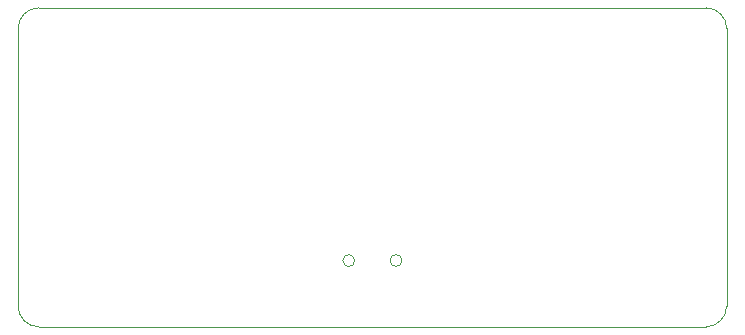
<source format=gm1>
G04 #@! TF.GenerationSoftware,KiCad,Pcbnew,5.1.5+dfsg1-2build2*
G04 #@! TF.CreationDate,2021-12-17T15:29:28+01:00*
G04 #@! TF.ProjectId,teebeutel_thermal_addon,74656562-6575-4746-956c-5f746865726d,rev?*
G04 #@! TF.SameCoordinates,Original*
G04 #@! TF.FileFunction,Profile,NP*
%FSLAX46Y46*%
G04 Gerber Fmt 4.6, Leading zero omitted, Abs format (unit mm)*
G04 Created by KiCad (PCBNEW 5.1.5+dfsg1-2build2) date 2021-12-17 15:29:28*
%MOMM*%
%LPD*%
G04 APERTURE LIST*
%ADD10C,0.050000*%
G04 APERTURE END LIST*
D10*
X70000000Y-79750000D02*
G75*
G02X71750000Y-78000000I1750000J0D01*
G01*
X71750000Y-105000000D02*
G75*
G02X70000000Y-103250000I0J1750000D01*
G01*
X130000000Y-103250000D02*
G75*
G02X128250000Y-105000000I-1750000J0D01*
G01*
X128250000Y-78000000D02*
G75*
G02X130000000Y-79750000I0J-1750000D01*
G01*
X98500000Y-99400000D02*
G75*
G03X98500000Y-99400000I-500000J0D01*
G01*
X102500000Y-99400000D02*
G75*
G03X102500000Y-99400000I-500000J0D01*
G01*
X70000000Y-103250000D02*
X70000000Y-79750000D01*
X128250000Y-105000000D02*
X71750000Y-105000000D01*
X130000000Y-79750000D02*
X130000000Y-103250000D01*
X71750000Y-78000000D02*
X128250000Y-78000000D01*
M02*

</source>
